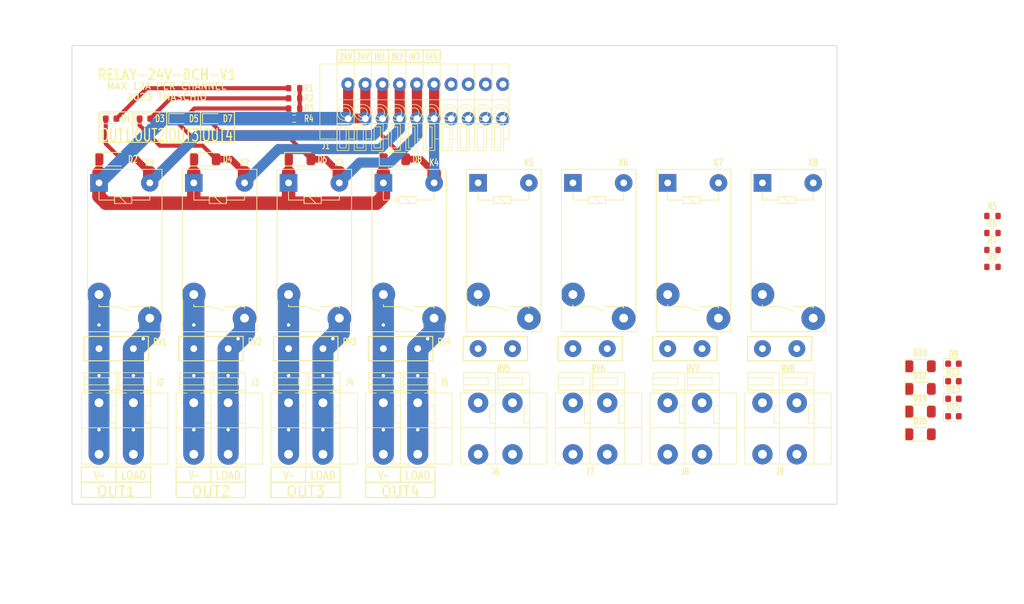
<source format=kicad_pcb>
(kicad_pcb (version 20221018) (generator pcbnew)
  (title_block (title "ESP 8 Relay Module"))
  (layers (0 "F.Cu" signal) (31 "B.Cu" signal) (34 "B.Paste" user) (35 "F.Paste" user) (36 "B.SilkS" user "B.Silkscreen") (37 "F.SilkS" user "F.Silkscreen") (38 "B.Mask" user) (39 "F.Mask" user) (44 "Edge.Cuts" user))
  (net 0 "")
  (net 1 "Net-(D1-A)")
  (net 2 "+24V")
  (net 3 "Net-(D1-K)")
  (net 4 "Net-(D3-A)")
  (net 5 "Net-(D3-K)")
  (net 6 "Net-(D5-A)")
  (net 7 "Net-(D5-K)")
  (net 8 "Net-(D7-A)")
  (net 9 "Net-(D7-K)")
  (net 10 "Net-(J2-Pin_1)")
  (net 11 "Net-(J2-Pin_2)")
  (net 12 "Net-(J3-Pin_1)")
  (net 13 "Net-(J3-Pin_2)")
  (net 14 "Net-(J4-Pin_1)")
  (net 15 "Net-(J4-Pin_2)")
  (net 16 "Net-(J5-Pin_1)")
  (net 17 "Net-(J5-Pin_2)")
  (net 18 "Net-(D10-A)")
  (net 19 "Net-(D9-A)")
  (net 20 "Net-(D11-K)")
  (net 21 "Net-(D11-A)")
  (net 22 "Net-(D13-K)")
  (net 23 "Net-(D13-A)")
  (net 24 "Net-(D15-K)")
  (net 25 "Net-(D15-A)")
  (net 26 "Net-(J6-Pin_1)")
  (net 27 "Net-(J6-Pin_2)")
  (net 28 "Net-(J7-Pin_1)")
  (net 29 "Net-(J7-Pin_2)")
  (net 30 "Net-(J8-Pin_1)")
  (net 31 "Net-(J8-Pin_2)")
  (net 32 "Net-(J9-Pin_1)")
  (net 33 "Net-(J9-Pin_2)")
  (footprint "Tales:D_SOD-123" (layer "F.Cu") (at 250.2925 119.66)
    (fp_text reference "D16" (at 0 -2) (layer "F.SilkS") (effects (font (size 1 0.7))))
    (fp_text value "1N4148")
    (pad "1" smd roundrect (at -1.65 0) (size 1.3 1.75) (layers "F.Cu" "F.Paste" "F.Mask") (net 2 "+24V"))
    (pad "2" smd roundrect (at 1.65 0) (size 1.3 1.75) (layers "F.Cu" "F.Paste" "F.Mask") (net 24 "Net-(D15-K)"))
  )
  (footprint "Tales:D_SOD-123" (layer "F.Cu") (at 250.2925 116.31)
    (fp_text reference "D14" (at 0 -2) (layer "F.SilkS") (effects (font (size 1 0.7))))
    (fp_text value "1N4148")
    (pad "1" smd roundrect (at -1.65 0) (size 1.3 1.75) (layers "F.Cu" "F.Paste" "F.Mask") (net 2 "+24V"))
    (pad "2" smd roundrect (at 1.65 0) (size 1.3 1.75) (layers "F.Cu" "F.Paste" "F.Mask") (net 22 "Net-(D13-K)"))
  )
  (footprint "Tales:LED_0603_1608Metric" (layer "F.Cu") (at 255.2125 114.41)
    (fp_text reference "D13" (at 0 -1.43) (layer "F.SilkS") (effects (font (size 1 0.7))))
    (fp_text value "GREEN")
    (pad "1" smd roundrect (at -0.7875 0) (size 0.875 0.95) (layers "F.Cu" "F.Paste" "F.Mask") (net 22 "Net-(D13-K)"))
    (pad "2" smd roundrect (at 0.7875 0) (size 0.875 0.95) (layers "F.Cu" "F.Paste" "F.Mask") (net 23 "Net-(D13-A)"))
  )
  (footprint "Tales:R_0603_1608Metric" (layer "F.Cu") (at 157.825 71.5 180)
    (fp_text reference "R3" (at -2.175 0 180) (layer "F.SilkS") (effects (font (size 1 0.7))))
    (fp_text value "5k6/100mW")
    (pad "1" smd roundrect (at -0.825 0 180) (size 0.8 0.95) (layers "F.Cu" "F.Paste" "F.Mask") (net 2 "+24V"))
    (pad "2" smd roundrect (at 0.825 0 180) (size 0.8 0.95) (layers "F.Cu" "F.Paste" "F.Mask") (net 6 "Net-(D5-A)"))
  )
  (footprint "Tales:R_0603_1608Metric" (layer "F.Cu") (at 260.9725 94.92)
    (fp_text reference "R8" (at 0 -1.43) (layer "F.SilkS") (effects (font (size 1 0.7))))
    (fp_text value "5k6/100mW")
    (pad "1" smd roundrect (at -0.825 0) (size 0.8 0.95) (layers "F.Cu" "F.Paste" "F.Mask") (net 2 "+24V"))
    (pad "2" smd roundrect (at 0.825 0) (size 0.8 0.95) (layers "F.Cu" "F.Paste" "F.Mask") (net 25 "Net-(D15-A)"))
  )
  (footprint "Tales:LED_0603_1608Metric" (layer "F.Cu") (at 255.2125 109.23)
    (fp_text reference "D9" (at 0 -1.43) (layer "F.SilkS") (effects (font (size 1 0.7))))
    (fp_text value "GREEN")
    (pad "1" smd roundrect (at -0.7875 0) (size 0.875 0.95) (layers "F.Cu" "F.Paste" "F.Mask") (net 18 "Net-(D10-A)"))
    (pad "2" smd roundrect (at 0.7875 0) (size 0.875 0.95) (layers "F.Cu" "F.Paste" "F.Mask") (net 19 "Net-(D9-A)"))
  )
  (footprint "Tales:D_SOD-123" (layer "F.Cu") (at 144.65 79)
    (fp_text reference "D4" (at 3.35 0) (layer "F.SilkS") (effects (font (size 1 0.7))))
    (fp_text value "1N4148")
    (pad "1" smd roundrect (at -1.65 0) (size 1.3 1.75) (layers "F.Cu" "F.Paste" "F.Mask") (net 2 "+24V"))
    (pad "2" smd roundrect (at 1.65 0) (size 1.3 1.75) (layers "F.Cu" "F.Paste" "F.Mask") (net 5 "Net-(D3-K)"))
  )
  (footprint "Tales:R_0603_1608Metric" (layer "F.Cu") (at 260.9725 87.39)
    (fp_text reference "R5" (at 0 -1.43) (layer "F.SilkS") (effects (font (size 1 0.7))))
    (fp_text value "5k6/100mW")
    (pad "1" smd roundrect (at -0.825 0) (size 0.8 0.95) (layers "F.Cu" "F.Paste" "F.Mask") (net 2 "+24V"))
    (pad "2" smd roundrect (at 0.825 0) (size 0.8 0.95) (layers "F.Cu" "F.Paste" "F.Mask") (net 19 "Net-(D9-A)"))
  )
  (footprint "Tales:LED_0603_1608Metric" (layer "F.Cu") (at 255.2125 111.82)
    (fp_text reference "D11" (at 0 -1.43) (layer "F.SilkS") (effects (font (size 1 0.7))))
    (fp_text value "GREEN")
    (pad "1" smd roundrect (at -0.7875 0) (size 0.875 0.95) (layers "F.Cu" "F.Paste" "F.Mask") (net 20 "Net-(D11-K)"))
    (pad "2" smd roundrect (at 0.7875 0) (size 0.875 0.95) (layers "F.Cu" "F.Paste" "F.Mask") (net 21 "Net-(D11-A)"))
  )
  (footprint "Tales:LED_0603_1608Metric" (layer "F.Cu") (at 145.7875 73)
    (fp_text reference "D7" (at 2.2125 0) (layer "F.SilkS") (effects (font (size 1 0.7))))
    (fp_text value "GREEN")
    (pad "1" smd roundrect (at -0.7875 0) (size 0.875 0.95) (layers "F.Cu" "F.Paste" "F.Mask") (net 9 "Net-(D7-K)"))
    (pad "2" smd roundrect (at 0.7875 0) (size 0.875 0.95) (layers "F.Cu" "F.Paste" "F.Mask") (net 8 "Net-(D7-A)"))
  )
  (footprint "Tales:R_0603_1608Metric" (layer "F.Cu") (at 260.9725 89.9)
    (fp_text reference "R6" (at 0 -1.43) (layer "F.SilkS") (effects (font (size 1 0.7))))
    (fp_text value "5k6/100mW")
    (pad "1" smd roundrect (at -0.825 0) (size 0.8 0.95) (layers "F.Cu" "F.Paste" "F.Mask") (net 2 "+24V"))
    (pad "2" smd roundrect (at 0.825 0) (size 0.8 0.95) (layers "F.Cu" "F.Paste" "F.Mask") (net 21 "Net-(D11-A)"))
  )
  (footprint "Tales:TerminalBlock_Dibo_DB142V-5.08-2P_1x02_P5.08mm_Vertical" (layer "F.Cu") (at 143 122.62)
    (fp_text reference "J3" (at 9 -10.62 unlocked) (layer "F.SilkS") (effects (font (size 1 0.7))))
    (fp_text value "DB142V-5.08-2P")
    (pad "1" thru_hole circle (at 0 -7.62 180) (size 3 3) (drill 1.3) (layers "*.Cu" "*.Mask") (net 12 "Net-(J3-Pin_1)"))
    (pad "1" thru_hole circle (at 0 0 180) (size 3 3) (drill 1.3) (layers "*.Cu" "*.Mask") (net 12 "Net-(J3-Pin_1)"))
    (pad "2" thru_hole circle (at 5.08 -7.62 180) (size 3 3) (drill 1.3) (layers "*.Cu" "*.Mask") (net 13 "Net-(J3-Pin_2)"))
    (pad "2" thru_hole circle (at 5.08 0 180) (size 3 3) (drill 1.3) (layers "*.Cu" "*.Mask") (net 13 "Net-(J3-Pin_2)"))
  )
  (footprint "Tales:R_0603_1608Metric" (layer "F.Cu") (at 157.825 73 180)
    (fp_text reference "R4" (at -2.175 0 180) (layer "F.SilkS") (effects (font (size 1 0.7))))
    (fp_text value "5k6/100mW")
    (pad "1" smd roundrect (at -0.825 0 180) (size 0.8 0.95) (layers "F.Cu" "F.Paste" "F.Mask") (net 2 "+24V"))
    (pad "2" smd roundrect (at 0.825 0 180) (size 0.8 0.95) (layers "F.Cu" "F.Paste" "F.Mask") (net 8 "Net-(D7-A)"))
  )
  (footprint "Tales:Relay_SPST_Omron_G5PZ-1A" (layer "F.Cu") (at 171 82.5 -90)
    (fp_text reference "K4" (at -3 -7.5 -180) (layer "F.SilkS") (effects (font (size 1 0.7))))
    (fp_text value "G5PZ-1A")
    (pad "1" thru_hole rect (at 0 0 90) (size 2.6 2.6) (drill 1) (layers "*.Cu" "*.Mask") (net 2 "+24V"))
    (pad "2" thru_hole circle (at 16.5 0 90) (size 3.5 3.5) (drill 1.3) (layers "*.Cu" "*.Mask") (net 16 "Net-(J5-Pin_1)"))
    (pad "3" thru_hole circle (at 20 -7.5 90) (size 3.5 3.5) (drill 1.3) (layers "*.Cu" "*.Mask") (net 17 "Net-(J5-Pin_2)"))
    (pad "4" thru_hole circle (at 0 -7.5 90) (size 2.6 2.6) (drill 1) (layers "*.Cu" "*.Mask") (net 9 "Net-(D7-K)"))
  )
  (footprint "Tales:LED_0603_1608Metric" (layer "F.Cu") (at 130.7875 73)
    (fp_text reference "D1" (at 2.2125 0) (layer "F.SilkS") (effects (font (size 1 0.7))))
    (fp_text value "GREEN")
    (pad "1" smd roundrect (at -0.7875 0) (size 0.875 0.95) (layers "F.Cu" "F.Paste" "F.Mask") (net 3 "Net-(D1-K)"))
    (pad "2" smd roundrect (at 0.7875 0) (size 0.875 0.95) (layers "F.Cu" "F.Paste" "F.Mask") (net 1 "Net-(D1-A)"))
  )
  (footprint "Tales:R_0603_1608Metric" (layer "F.Cu") (at 157.825 70 180)
    (fp_text reference "R2" (at -2.175 0 180) (layer "F.SilkS") (effects (font (size 1 0.7))))
    (fp_text value "5k6/100mW")
    (pad "1" smd roundrect (at -0.825 0 180) (size 0.8 0.95) (layers "F.Cu" "F.Paste" "F.Mask") (net 2 "+24V"))
    (pad "2" smd roundrect (at 0.825 0 180) (size 0.8 0.95) (layers "F.Cu" "F.Paste" "F.Mask") (net 4 "Net-(D3-A)"))
  )
  (footprint "Tales:D_SOD-123" (layer "F.Cu") (at 130.65 79)
    (fp_text reference "D2" (at 3.35 0) (layer "F.SilkS") (effects (font (size 1 0.7))))
    (fp_text value "1N4148")
    (pad "1" smd roundrect (at -1.65 0) (size 1.3 1.75) (layers "F.Cu" "F.Paste" "F.Mask") (net 2 "+24V"))
    (pad "2" smd roundrect (at 1.65 0) (size 1.3 1.75) (layers "F.Cu" "F.Paste" "F.Mask") (net 3 "Net-(D1-K)"))
  )
  (footprint "Tales:RV_Disc_D9.50mm_W3.6mm_P5.08mm" (layer "F.Cu") (at 129 107)
    (fp_text reference "RV1" (at 9 -1) (layer "F.SilkS") (effects (font (size 1 0.7))))
    (fp_text value "275VAC")
    (pad "1" thru_hole circle (at 0 0) (size 2.5 2.5) (drill 1) (layers "*.Cu" "*.Mask") (net 10 "Net-(J2-Pin_1)"))
    (pad "2" thru_hole circle (at 5.08 0) (size 2.5 2.5) (drill 1) (layers "*.Cu" "*.Mask") (net 11 "Net-(J2-Pin_2)"))
  )
  (footprint "Tales:LED_0603_1608Metric" (layer "F.Cu") (at 255.2125 117)
    (fp_text reference "D15" (at 0 -1.43) (layer "F.SilkS") (effects (font (size 1 0.7))))
    (fp_text value "GREEN")
    (pad "1" smd roundrect (at -0.7875 0) (size 0.875 0.95) (layers "F.Cu" "F.Paste" "F.Mask") (net 24 "Net-(D15-K)"))
    (pad "2" smd roundrect (at 0.7875 0) (size 0.875 0.95) (layers "F.Cu" "F.Paste" "F.Mask") (net 25 "Net-(D15-A)"))
  )
  (footprint "Tales:Relay_SPST_Omron_G5PZ-1A" (layer "F.Cu") (at 199 82.5 -90)
    (fp_text reference "K6" (at -3 -7.5 -180) (layer "F.SilkS") (effects (font (size 1 0.7))))
    (fp_text value "G5PZ-1A")
    (pad "1" thru_hole rect (at 0 0 90) (size 2.6 2.6) (drill 1) (layers "*.Cu" "*.Mask") (net 2 "+24V"))
    (pad "2" thru_hole circle (at 16.5 0 90) (size 3.5 3.5) (drill 1.3) (layers "*.Cu" "*.Mask") (net 28 "Net-(J7-Pin_1)"))
    (pad "3" thru_hole circle (at 20 -7.5 90) (size 3.5 3.5) (drill 1.3) (layers "*.Cu" "*.Mask") (net 29 "Net-(J7-Pin_2)"))
    (pad "4" thru_hole circle (at 0 -7.5 90) (size 2.6 2.6) (drill 1) (layers "*.Cu" "*.Mask") (net 20 "Net-(D11-K)"))
  )
  (footprint "Tales:TerminalBlock_Dibo_DB141V-2.54-10P_1x10_P2.54mm_Vertical" (layer "F.Cu") (at 188.66 67.92 180)
    (fp_text reference "J1" (at 26.16 -9.08 unlocked) (layer "F.SilkS") (effects (font (size 1 0.7))))
    (fp_text value "DB141V-2.54-10P")
    (pad "1" thru_hole circle (at 0 -5.08) (size 2 2) (drill 1) (layers "*.Cu" "*.Mask") (net 24 "Net-(D15-K)"))
    (pad "1" thru_hole circle (at 0 0) (size 2 2) (drill 1) (layers "*.Cu" "*.Mask") (net 24 "Net-(D15-K)"))
    (pad "2" thru_hole circle (at 2.54 -5.08) (size 2 2) (drill 1) (layers "*.Cu" "*.Mask") (net 22 "Net-(D13-K)"))
    (pad "2" thru_hole circle (at 2.54 0) (size 2 2) (drill 1) (layers "*.Cu" "*.Mask") (net 22 "Net-(D13-K)"))
    (pad "3" thru_hole circle (at 5.08 -5.08) (size 2 2) (drill 1) (layers "*.Cu" "*.Mask") (net 20 "Net-(D11-K)"))
    (pad "3" thru_hole circle (at 5.08 0) (size 2 2) (drill 1) (layers "*.Cu" "*.Mask") (net 20 "Net-(D11-K)"))
    (pad "4" thru_hole circle (at 7.62 -5.08) (size 2 2) (drill 1) (layers "*.Cu" "*.Mask") (net 18 "Net-(D10-A)"))
    (pad "4" thru_hole circle (at 7.62 0) (size 2 2) (drill 1) (layers "*.Cu" "*.Mask") (net 18 "Net-(D10-A)"))
    (pad "5" thru_hole circle (at 10.16 -5.08) (size 2 2) (drill 1) (layers "*.Cu" "*.Mask") (net 9 "Net-(D7-K)"))
    (pad "5" thru_hole circle (at 10.16 0) (size 2 2) (drill 1) (layers "*.Cu" "*.Mask") (net 9 "Net-(D7-K)"))
    (pad "6" thru_hole circle (at 12.7 -5.08) (size 2 2) (drill 1) (layers "*.Cu" "*.Mask") (net 7 "Net-(D5-K)"))
    (pad "6" thru_hole circle (at 12.7 0) (size 2 2) (drill 1) (layers "*.Cu" "*.Mask") (net 7 "Net-(D5-K)"))
    (pad "7" thru_hole circle (at 15.24 -5.08) (size 2 2) (drill 1) (layers "*.Cu" "*.Mask") (net 5 "Net-(D3-K)"))
    (pad "7" thru_hole circle (at 15.24 0) (size 2 2) (drill 1) (layers "*.Cu" "*.Mask") (net 5 "Net-(D3-K)"))
    (pad "8" thru_hole circle (at 17.78 -5.08) (size 2 2) (drill 1) (layers "*.Cu" "*.Mask") (net 3 "Net-(D1-K)"))
    (pad "8" thru_hole circle (at 17.78 0) (size 2 2) (drill 1) (layers "*.Cu" "*.Mask") (net 3 "Net-(D1-K)"))
    (pad "9" thru_hole circle (at 20.32 -5.08) (size 2 2) (drill 1) (layers "*.Cu" "*.Mask") (net 2 "+24V"))
    (pad "9" thru_hole circle (at 20.32 0) (size 2 2) (drill 1) (layers "*.Cu" "*.Mask") (net 2 "+24V"))
    (pad "10" thru_hole circle (at 22.86 -5.08) (size 2 2) (drill 1) (layers "*.Cu" "*.Mask") (net 2 "+24V"))
    (pad "10" thru_hole circle (at 22.86 0) (size 2 2) (drill 1) (layers "*.Cu" "*.Mask") (net 2 "+24V"))
  )
  (footprint "Tales:Relay_SPST_Omron_G5PZ-1A" (layer "F.Cu") (at 213 82.5 -90)
    (fp_text reference "K7" (at -3 -7.5 -180) (layer "F.SilkS") (effects (font (size 1 0.7))))
    (fp_text value "G5PZ-1A")
    (pad "1" thru_hole rect (at 0 0 90) (size 2.6 2.6) (drill 1) (layers "*.Cu" "*.Mask") (net 2 "+24V"))
    (pad "2" thru_hole circle (at 16.5 0 90) (size 3.5 3.5) (drill 1.3) (layers "*.Cu" "*.Mask") (net 30 "Net-(J8-Pin_1)"))
    (pad "3" thru_hole circle (at 20 -7.5 90) (size 3.5 3.5) (drill 1.3) (layers "*.Cu" "*.Mask") (net 31 "Net-(J8-Pin_2)"))
    (pad "4" thru_hole circle (at 0 -7.5 90) (size 2.6 2.6) (drill 1) (layers "*.Cu" "*.Mask") (net 22 "Net-(D13-K)"))
  )
  (footprint "Tales:TerminalBlock_Dibo_DB142V-5.08-2P_1x02_P5.08mm_Vertical" (layer "F.Cu") (at 171 122.62)
    (fp_text reference "J5" (at 9 -10.62 unlocked) (layer "F.SilkS") (effects (font (size 1 0.7))))
    (fp_text value "DB142V-5.08-2P")
    (pad "1" thru_hole circle (at 0 -7.62 180) (size 3 3) (drill 1.3) (layers "*.Cu" "*.Mask") (net 16 "Net-(J5-Pin_1)"))
    (pad "1" thru_hole circle (at 0 0 180) (size 3 3) (drill 1.3) (layers "*.Cu" "*.Mask") (net 16 "Net-(J5-Pin_1)"))
    (pad "2" thru_hole circle (at 5.08 -7.62 180) (size 3 3) (drill 1.3) (layers "*.Cu" "*.Mask") (net 17 "Net-(J5-Pin_2)"))
    (pad "2" thru_hole circle (at 5.08 0 180) (size 3 3) (drill 1.3) (layers "*.Cu" "*.Mask") (net 17 "Net-(J5-Pin_2)"))
  )
  (footprint "Tales:D_SOD-123" (layer "F.Cu") (at 158.65 79)
    (fp_text reference "D6" (at 3.35 0) (layer "F.SilkS") (effects (font (size 1 0.7))))
    (fp_text value "1N4148")
    (pad "1" smd roundrect (at -1.65 0) (size 1.3 1.75) (layers "F.Cu" "F.Paste" "F.Mask") (net 2 "+24V"))
    (pad "2" smd roundrect (at 1.65 0) (size 1.3 1.75) (layers "F.Cu" "F.Paste" "F.Mask") (net 7 "Net-(D5-K)"))
  )
  (footprint "Tales:RV_Disc_D9.50mm_W3.6mm_P5.08mm" (layer "F.Cu") (at 199 107)
    (fp_text reference "RV6" (at 3.75 2.95) (layer "F.SilkS") (effects (font (size 1 0.7))))
    (fp_text value "275VAC")
    (pad "1" thru_hole circle (at 0 0) (size 2.5 2.5) (drill 1) (layers "*.Cu" "*.Mask") (net 28 "Net-(J7-Pin_1)"))
    (pad "2" thru_hole circle (at 5.08 0) (size 2.5 2.5) (drill 1) (layers "*.Cu" "*.Mask") (net 29 "Net-(J7-Pin_2)"))
  )
  (footprint "Tales:Relay_SPST_Omron_G5PZ-1A" (layer "F.Cu") (at 227 82.5 -90)
    (fp_text reference "K8" (at -3 -7.5 -180) (layer "F.SilkS") (effects (font (size 1 0.7))))
    (fp_text value "G5PZ-1A")
    (pad "1" thru_hole rect (at 0 0 90) (size 2.6 2.6) (drill 1) (layers "*.Cu" "*.Mask") (net 2 "+24V"))
    (pad "2" thru_hole circle (at 16.5 0 90) (size 3.5 3.5) (drill 1.3) (layers "*.Cu" "*.Mask") (net 32 "Net-(J9-Pin_1)"))
    (pad "3" thru_hole circle (at 20 -7.5 90) (size 3.5 3.5) (drill 1.3) (layers "*.Cu" "*.Mask") (net 33 "Net-(J9-Pin_2)"))
    (pad "4" thru_hole circle (at 0 -7.5 90) (size 2.6 2.6) (drill 1) (layers "*.Cu" "*.Mask") (net 24 "Net-(D15-K)"))
  )
  (footprint "Tales:R_0603_1608Metric" (layer "F.Cu") (at 260.9725 92.41)
    (fp_text reference "R7" (at 0 -1.43) (layer "F.SilkS") (effects (font (size 1 0.7))))
    (fp_text value "5k6/100mW")
    (pad "1" smd roundrect (at -0.825 0) (size 0.8 0.95) (layers "F.Cu" "F.Paste" "F.Mask") (net 2 "+24V"))
    (pad "2" smd roundrect (at 0.825 0) (size 0.8 0.95) (layers "F.Cu" "F.Paste" "F.Mask") (net 23 "Net-(D13-A)"))
  )
  (footprint "Tales:Relay_SPST_Omron_G5PZ-1A" (layer "F.Cu") (at 157 82.5 -90)
    (fp_text reference "K3" (at -3 -7.5 -180) (layer "F.SilkS") (effects (font (size 1 0.7))))
    (fp_text value "G5PZ-1A")
    (pad "1" thru_hole rect (at 0 0 90) (size 2.6 2.6) (drill 1) (layers "*.Cu" "*.Mask") (net 2 "+24V"))
    (pad "2" thru_hole circle (at 16.5 0 90) (size 3.5 3.5) (drill 1.3) (layers "*.Cu" "*.Mask") (net 14 "Net-(J4-Pin_1)"))
    (pad "3" thru_hole circle (at 20 -7.5 90) (size 3.5 3.5) (drill 1.3) (layers "*.Cu" "*.Mask") (net 15 "Net-(J4-Pin_2)"))
    (pad "4" thru_hole circle (at 0 -7.5 90) (size 2.6 2.6) (drill 1) (layers "*.Cu" "*.Mask") (net 7 "Net-(D5-K)"))
  )
  (footprint "Tales:RV_Disc_D9.50mm_W3.6mm_P5.08mm" (layer "F.Cu") (at 185 107)
    (fp_text reference "RV5" (at 3.75 2.95) (layer "F.SilkS") (effects (font (size 1 0.7))))
    (fp_text value "275VAC")
    (pad "1" thru_hole circle (at 0 0) (size 2.5 2.5) (drill 1) (layers "*.Cu" "*.Mask") (net 26 "Net-(J6-Pin_1)"))
    (pad "2" thru_hole circle (at 5.08 0) (size 2.5 2.5) (drill 1) (layers "*.Cu" "*.Mask") (net 27 "Net-(J6-Pin_2)"))
  )
  (footprint "Tales:TerminalBlock_Dibo_DB142V-5.08-2P_1x02_P5.08mm_Vertical" (layer "F.Cu") (at 129 122.62)
    (fp_text reference "J2" (at 9 -10.62 unlocked) (layer "F.SilkS") (effects (font (size 1 0.7))))
    (fp_text value "DB142V-5.08-2P")
    (pad "1" thru_hole circle (at 0 -7.62 180) (size 3 3) (drill 1.3) (layers "*.Cu" "*.Mask") (net 10 "Net-(J2-Pin_1)"))
    (pad "1" thru_hole circle (at 0 0 180) (size 3 3) (drill 1.3) (layers "*.Cu" "*.Mask") (net 10 "Net-(J2-Pin_1)"))
    (pad "2" thru_hole circle (at 5.08 -7.62 180) (size 3 3) (drill 1.3) (layers "*.Cu" "*.Mask") (net 11 "Net-(J2-Pin_2)"))
    (pad "2" thru_hole circle (at 5.08 0 180) (size 3 3) (drill 1.3) (layers "*.Cu" "*.Mask") (net 11 "Net-(J2-Pin_2)"))
  )
  (footprint "Tales:LED_0603_1608Metric" (layer "F.Cu") (at 135.7875 73)
    (fp_text reference "D3" (at 2.2125 0) (layer "F.SilkS") (effects (font (size 1 0.7))))
    (fp_text value "GREEN")
    (pad "1" smd roundrect (at -0.7875 0) (size 0.875 0.95) (layers "F.Cu" "F.Paste" "F.Mask") (net 5 "Net-(D3-K)"))
    (pad "2" smd roundrect (at 0.7875 0) (size 0.875 0.95) (layers "F.Cu" "F.Paste" "F.Mask") (net 4 "Net-(D3-A)"))
  )
  (footprint "Tales:RV_Disc_D9.50mm_W3.6mm_P5.08mm" (layer "F.Cu") (at 171 107)
    (fp_text reference "RV4" (at 9 -1) (layer "F.SilkS") (effects (font (size 1 0.7))))
    (fp_text value "275VAC")
    (pad "1" thru_hole circle (at 0 0) (size 2.5 2.5) (drill 1) (layers "*.Cu" "*.Mask") (net 16 "Net-(J5-Pin_1)"))
    (pad "2" thru_hole circle (at 5.08 0) (size 2.5 2.5) (drill 1) (layers "*.Cu" "*.Mask") (net 17 "Net-(J5-Pin_2)"))
  )
  (footprint "Tales:RV_Disc_D9.50mm_W3.6mm_P5.08mm" (layer "F.Cu") (at 143 107)
    (fp_text reference "RV2" (at 9 -1) (layer "F.SilkS") (effects (font (size 1 0.7))))
    (fp_text value "275VAC")
    (pad "1" thru_hole circle (at 0 0) (size 2.5 2.5) (drill 1) (layers "*.Cu" "*.Mask") (net 12 "Net-(J3-Pin_1)"))
    (pad "2" thru_hole circle (at 5.08 0) (size 2.5 2.5) (drill 1) (layers "*.Cu" "*.Mask") (net 13 "Net-(J3-Pin_2)"))
  )
  (footprint "Tales:RV_Disc_D9.50mm_W3.6mm_P5.08mm" (layer "F.Cu") (at 227 107)
    (fp_text reference "RV8" (at 3.75 2.95) (layer "F.SilkS") (effects (font (size 1 0.7))))
    (fp_text value "275VAC")
    (pad "1" thru_hole circle (at 0 0) (size 2.5 2.5) (drill 1) (layers "*.Cu" "*.Mask") (net 32 "Net-(J9-Pin_1)"))
    (pad "2" thru_hole circle (at 5.08 0) (size 2.5 2.5) (drill 1) (layers "*.Cu" "*.Mask") (net 33 "Net-(J9-Pin_2)"))
  )
  (footprint "Tales:D_SOD-123" (layer "F.Cu") (at 250.2925 109.61)
    (fp_text reference "D10" (at 0 -2) (layer "F.SilkS") (effects (font (size 1 0.7))))
    (fp_text value "1N4148")
    (pad "1" smd roundrect (at -1.65 0) (size 1.3 1.75) (layers "F.Cu" "F.Paste" "F.Mask") (net 2 "+24V"))
    (pad "2" smd roundrect (at 1.65 0) (size 1.3 1.75) (layers "F.Cu" "F.Paste" "F.Mask") (net 18 "Net-(D10-A)"))
  )
  (footprint "Tales:Relay_SPST_Omron_G5PZ-1A" (layer "F.Cu") (at 143 82.5 -90)
    (fp_text reference "K2" (at -3 -7.5 -180) (layer "F.SilkS") (effects (font (size 1 0.7))))
    (fp_text value "G5PZ-1A")
    (pad "1" thru_hole rect (at 0 0 90) (size 2.6 2.6) (drill 1) (layers "*.Cu" "*.Mask") (net 2 "+24V"))
    (pad "2" thru_hole circle (at 16.5 0 90) (size 3.5 3.5) (drill 1.3) (layers "*.Cu" "*.Mask") (net 12 "Net-(J3-Pin_1)"))
    (pad "3" thru_hole circle (at 20 -7.5 90) (size 3.5 3.5) (drill 1.3) (layers "*.Cu" "*.Mask") (net 13 "Net-(J3-Pin_2)"))
    (pad "4" thru_hole circle (at 0 -7.5 90) (size 2.6 2.6) (drill 1) (layers "*.Cu" "*.Mask") (net 5 "Net-(D3-K)"))
  )
  (footprint "Tales:D_SOD-123" (layer "F.Cu") (at 250.2925 112.96)
    (fp_text reference "D12" (at 0 -2) (layer "F.SilkS") (effects (font (size 1 0.7))))
    (fp_text value "1N4148")
    (pad "1" smd roundrect (at -1.65 0) (size 1.3 1.75) (layers "F.Cu" "F.Paste" "F.Mask") (net 2 "+24V"))
    (pad "2" smd roundrect (at 1.65 0) (size 1.3 1.75) (layers "F.Cu" "F.Paste" "F.Mask") (net 20 "Net-(D11-K)"))
  )
  (footprint "Tales:TerminalBlock_Dibo_DB142V-5.08-2P_1x02_P5.08mm_Vertical" (layer "F.Cu") (at 213 122.62)
    (fp_text reference "J8" (at 2.54 2.54 unlocked) (layer "F.SilkS") (effects (font (size 1 0.7))))
    (fp_text value "DB142V-5.08-2P")
    (pad "1" thru_hole circle (at 0 -7.62 180) (size 3 3) (drill 1.3) (layers "*.Cu" "*.Mask") (net 30 "Net-(J8-Pin_1)"))
    (pad "1" thru_hole circle (at 0 0 180) (size 3 3) (drill 1.3) (layers "*.Cu" "*.Mask") (net 30 "Net-(J8-Pin_1)"))
    (pad "2" thru_hole circle (at 5.08 -7.62 180) (size 3 3) (drill 1.3) (layers "*.Cu" "*.Mask") (net 31 "Net-(J8-Pin_2)"))
    (pad "2" thru_hole circle (at 5.08 0 180) (size 3 3) (drill 1.3) (layers "*.Cu" "*.Mask") (net 31 "Net-(J8-Pin_2)"))
  )
  (footprint "Tales:D_SOD-123" (layer "F.Cu") (at 172.65 79)
    (fp_text reference "D8" (at 3.35 0) (layer "F.SilkS") (effects (font (size 1 0.7))))
    (fp_text value "1N4148")
    (pad "1" smd roundrect (at -1.65 0) (size 1.3 1.75) (layers "F.Cu" "F.Paste" "F.Mask") (net 2 "+24V"))
    (pad "2" smd roundrect (at 1.65 0) (size 1.3 1.75) (layers "F.Cu" "F.Paste" "F.Mask") (net 9 "Net-(D7-K)"))
  )
  (footprint "Tales:Relay_SPST_Omron_G5PZ-1A" (layer "F.Cu") (at 129 82.5 -90)
    (fp_text reference "K1" (at -3 -7.5 -180) (layer "F.SilkS") (effects (font (size 1 0.7))))
    (fp_text value "G5PZ-1A")
    (pad "1" thru_hole rect (at 0 0 90) (size 2.6 2.6) (drill 1) (layers "*.Cu" "*.Mask") (net 2 "+24V"))
    (pad "2" thru_hole circle (at 16.5 0 90) (size 3.5 3.5) (drill 1.3) (layers "*.Cu" "*.Mask") (net 10 "Net-(J2-Pin_1)"))
    (pad "3" thru_hole circle (at 20 -7.5 90) (size 3.5 3.5) (drill 1.3) (layers "*.Cu" "*.Mask") (net 11 "Net-(J2-Pin_2)"))
    (pad "4" thru_hole circle (at 0 -7.5 90) (size 2.6 2.6) (drill 1) (layers "*.Cu" "*.Mask") (net 3 "Net-(D1-K)"))
  )
  (footprint "Tales:TerminalBlock_Dibo_DB142V-5.08-2P_1x02_P5.08mm_Vertical" (layer "F.Cu") (at 185 122.62)
    (fp_text reference "J6" (at 2.54 2.54 unlocked) (layer "F.SilkS") (effects (font (size 1 0.7))))
    (fp_text value "DB142V-5.08-2P")
    (pad "1" thru_hole circle (at 0 -7.62 180) (size 3 3) (drill 1.3) (layers "*.Cu" "*.Mask") (net 26 "Net-(J6-Pin_1)"))
    (pad "1" thru_hole circle (at 0 0 180) (size 3 3) (drill 1.3) (layers "*.Cu" "*.Mask") (net 26 "Net-(J6-Pin_1)"))
    (pad "2" thru_hole circle (at 5.08 -7.62 180) (size 3 3) (drill 1.3) (layers "*.Cu" "*.Mask") (net 27 "Net-(J6-Pin_2)"))
    (pad "2" thru_hole circle (at 5.08 0 180) (size 3 3) (drill 1.3) (layers "*.Cu" "*.Mask") (net 27 "Net-(J6-Pin_2)"))
  )
  (footprint "Tales:TerminalBlock_Dibo_DB142V-5.08-2P_1x02_P5.08mm_Vertical" (layer "F.Cu") (at 199 122.62)
    (fp_text reference "J7" (at 2.54 2.54 unlocked) (layer "F.SilkS") (effects (font (size 1 0.7))))
    (fp_text value "DB142V-5.08-2P")
    (pad "1" thru_hole circle (at 0 -7.62 180) (size 3 3) (drill 1.3) (layers "*.Cu" "*.Mask") (net 28 "Net-(J7-Pin_1)"))
    (pad "1" thru_hole circle (at 0 0 180) (size 3 3) (drill 1.3) (layers "*.Cu" "*.Mask") (net 28 "Net-(J7-Pin_1)"))
    (pad "2" thru_hole circle (at 5.08 -7.62 180) (size 3 3) (drill 1.3) (layers "*.Cu" "*.Mask") (net 29 "Net-(J7-Pin_2)"))
    (pad "2" thru_hole circle (at 5.08 0 180) (size 3 3) (drill 1.3) (layers "*.Cu" "*.Mask") (net 29 "Net-(J7-Pin_2)"))
  )
  (footprint "Tales:RV_Disc_D9.50mm_W3.6mm_P5.08mm" (layer "F.Cu") (at 157 107)
    (fp_text reference "RV3" (at 9 -1) (layer "F.SilkS") (effects (font (size 1 0.7))))
    (fp_text value "275VAC")
    (pad "1" thru_hole circle (at 0 0) (size 2.5 2.5) (drill 1) (layers "*.Cu" "*.Mask") (net 14 "Net-(J4-Pin_1)"))
    (pad "2" thru_hole circle (at 5.08 0) (size 2.5 2.5) (drill 1) (layers "*.Cu" "*.Mask") (net 15 "Net-(J4-Pin_2)"))
  )
  (footprint "Tales:TerminalBlock_Dibo_DB142V-5.08-2P_1x02_P5.08mm_Vertical" (layer "F.Cu") (at 227 122.62)
    (fp_text reference "J9" (at 2.54 2.54 unlocked) (layer "F.SilkS") (effects (font (size 1 0.7))))
    (fp_text value "DB142V-5.08-2P")
    (pad "1" thru_hole circle (at 0 -7.62 180) (size 3 3) (drill 1.3) (layers "*.Cu" "*.Mask") (net 32 "Net-(J9-Pin_1)"))
    (pad "1" thru_hole circle (at 0 0 180) (size 3 3) (drill 1.3) (layers "*.Cu" "*.Mask") (net 32 "Net-(J9-Pin_1)"))
    (pad "2" thru_hole circle (at 5.08 -7.62 180) (size 3 3) (drill 1.3) (layers "*.Cu" "*.Mask") (net 33 "Net-(J9-Pin_2)"))
    (pad "2" thru_hole circle (at 5.08 0 180) (size 3 3) (drill 1.3) (layers "*.Cu" "*.Mask") (net 33 "Net-(J9-Pin_2)"))
  )
  (footprint "Tales:R_0603_1608Metric" (layer "F.Cu") (at 157.825 68.5 180)
    (fp_text reference "R1" (at -2.175 0 180) (layer "F.SilkS") (effects (font (size 1 0.7))))
    (fp_text value "5k6/100mW")
    (pad "1" smd roundrect (at -0.825 0 180) (size 0.8 0.95) (layers "F.Cu" "F.Paste" "F.Mask") (net 2 "+24V"))
    (pad "2" smd roundrect (at 0.825 0 180) (size 0.8 0.95) (layers "F.Cu" "F.Paste" "F.Mask") (net 1 "Net-(D1-A)"))
  )
  (footprint "Tales:TerminalBlock_Dibo_DB142V-5.08-2P_1x02_P5.08mm_Vertical" (layer "F.Cu") (at 157 122.62)
    (fp_text reference "J4" (at 9 -10.62 unlocked) (layer "F.SilkS") (effects (font (size 1 0.7))))
    (fp_text value "DB142V-5.08-2P")
    (pad "1" thru_hole circle (at 0 -7.62 180) (size 3 3) (drill 1.3) (layers "*.Cu" "*.Mask") (net 14 "Net-(J4-Pin_1)"))
    (pad "1" thru_hole circle (at 0 0 180) (size 3 3) (drill 1.3) (layers "*.Cu" "*.Mask") (net 14 "Net-(J4-Pin_1)"))
    (pad "2" thru_hole circle (at 5.08 -7.62 180) (size 3 3) (drill 1.3) (layers "*.Cu" "*.Mask") (net 15 "Net-(J4-Pin_2)"))
    (pad "2" thru_hole circle (at 5.08 0 180) (size 3 3) (drill 1.3) (layers "*.Cu" "*.Mask") (net 15 "Net-(J4-Pin_2)"))
  )
  (footprint "Tales:Relay_SPST_Omron_G5PZ-1A" (layer "F.Cu") (at 185 82.5 -90)
    (fp_text reference "K5" (at -3 -7.5 -180) (layer "F.SilkS") (effects (font (size 1 0.7))))
    (fp_text value "G5PZ-1A")
    (pad "1" thru_hole rect (at 0 0 90) (size 2.6 2.6) (drill 1) (layers "*.Cu" "*.Mask") (net 2 "+24V"))
    (pad "2" thru_hole circle (at 16.5 0 90) (size 3.5 3.5) (drill 1.3) (layers "*.Cu" "*.Mask") (net 26 "Net-(J6-Pin_1)"))
    (pad "3" thru_hole circle (at 20 -7.5 90) (size 3.5 3.5) (drill 1.3) (layers "*.Cu" "*.Mask") (net 27 "Net-(J6-Pin_2)"))
    (pad "4" thru_hole circle (at 0 -7.5 90) (size 2.6 2.6) (drill 1) (layers "*.Cu" "*.Mask") (net 18 "Net-(D10-A)"))
  )
  (footprint "Tales:LED_0603_1608Metric" (layer "F.Cu") (at 140.7875 73)
    (fp_text reference "D5" (at 2.2125 0) (layer "F.SilkS") (effects (font (size 1 0.7))))
    (fp_text value "GREEN")
    (pad "1" smd roundrect (at -0.7875 0) (size 0.875 0.95) (layers "F.Cu" "F.Paste" "F.Mask") (net 7 "Net-(D5-K)"))
    (pad "2" smd roundrect (at 0.7875 0) (size 0.875 0.95) (layers "F.Cu" "F.Paste" "F.Mask") (net 6 "Net-(D5-A)"))
  )
  (footprint "Tales:RV_Disc_D9.50mm_W3.6mm_P5.08mm" (layer "F.Cu") (at 213 107)
    (fp_text reference "RV7" (at 3.75 2.95) (layer "F.SilkS") (effects (font (size 1 0.7))))
    (fp_text value "275VAC")
    (pad "1" thru_hole circle (at 0 0) (size 2.5 2.5) (drill 1) (layers "*.Cu" "*.Mask") (net 30 "Net-(J8-Pin_1)"))
    (pad "2" thru_hole circle (at 5.08 0) (size 2.5 2.5) (drill 1) (layers "*.Cu" "*.Mask") (net 31 "Net-(J8-Pin_2)"))
  )
  (gr_line (start 145.51 124.5) (end 145.51 126.75) (stroke (width 0.15)) (layer "F.SilkS"))
  (gr_rect (start 164.16 62.85) (end 179.4 64.67) (stroke (width 0.15)) (fill none) (layer "F.SilkS"))
  (gr_line (start 144 76.5) (end 144 72) (stroke (width 0.15)) (layer "F.SilkS"))
  (gr_line (start 154.4 124.5) (end 154.4 129) (stroke (width 0.15)) (layer "F.SilkS"))
  (gr_line (start 126.4 124.5) (end 136.62 124.5) (stroke (width 0.15)) (layer "F.SilkS"))
  (gr_line (start 154.4 126.75) (end 164.62 126.75) (stroke (width 0.15)) (layer "F.SilkS"))
  (gr_line (start 159.51 124.5) (end 159.51 126.75) (stroke (width 0.15)) (layer "F.SilkS"))
  (gr_line (start 171.78 64.67) (end 171.78 62.85) (stroke (width 0.15)) (layer "F.SilkS"))
  (gr_line (start 168.4 126.75) (end 178.62 126.75) (stroke (width 0.15)) (layer "F.SilkS"))
  (gr_line (start 136.62 124.5) (end 136.62 129) (stroke (width 0.15)) (layer "F.SilkS"))
  (gr_line (start 129 72) (end 149 72) (stroke (width 0.15)) (layer "F.SilkS"))
  (gr_line (start 140.4 126.75) (end 150.62 126.75) (stroke (width 0.15)) (layer "F.SilkS"))
  (gr_line (start 149 76.5) (end 129 76.5) (stroke (width 0.15)) (layer "F.SilkS"))
  (gr_line (start 176.86 64.65) (end 176.86 62.85) (stroke (width 0.15)) (layer "F.SilkS"))
  (gr_line (start 140.4 129) (end 150.62 129) (stroke (width 0.15)) (layer "F.SilkS"))
  (gr_line (start 140.4 124.5) (end 140.4 129) (stroke (width 0.15)) (layer "F.SilkS"))
  (gr_line (start 169.24 64.65) (end 169.24 62.85) (stroke (width 0.15)) (layer "F.SilkS"))
  (gr_line (start 178.62 124.5) (end 178.62 129) (stroke (width 0.15)) (layer "F.SilkS"))
  (gr_line (start 150.62 124.5) (end 150.62 129) (stroke (width 0.15)) (layer "F.SilkS"))
  (gr_line (start 168.4 124.5) (end 178.62 124.5) (stroke (width 0.15)) (layer "F.SilkS"))
  (gr_line (start 174.32 64.65) (end 174.32 62.85) (stroke (width 0.15)) (layer "F.SilkS"))
  (gr_line (start 154.4 129) (end 164.62 129) (stroke (width 0.15)) (layer "F.SilkS"))
  (gr_line (start 154.4 124.5) (end 164.62 124.5) (stroke (width 0.15)) (layer "F.SilkS"))
  (gr_line (start 139 76.5) (end 139 72) (stroke (width 0.15)) (layer "F.SilkS"))
  (gr_line (start 149 72) (end 149 76.5) (stroke (width 0.15)) (layer "F.SilkS"))
  (gr_line (start 168.4 124.5) (end 168.4 129) (stroke (width 0.15)) (layer "F.SilkS"))
  (gr_line (start 168.4 129) (end 178.62 129) (stroke (width 0.15)) (layer "F.SilkS"))
  (gr_line (start 164.62 124.5) (end 164.62 129) (stroke (width 0.15)) (layer "F.SilkS"))
  (gr_line (start 134 72) (end 134 76.5) (stroke (width 0.15)) (layer "F.SilkS"))
  (gr_line (start 173.51 124.5) (end 173.51 126.75) (stroke (width 0.15)) (layer "F.SilkS"))
  (gr_line (start 140.4 124.5) (end 150.62 124.5) (stroke (width 0.15)) (layer "F.SilkS"))
  (gr_line (start 126.4 124.5) (end 126.4 129) (stroke (width 0.15)) (layer "F.SilkS"))
  (gr_line (start 131.51 124.5) (end 131.51 126.75) (stroke (width 0.15)) (layer "F.SilkS"))
  (gr_line (start 129 76.5) (end 129 72) (stroke (width 0.15)) (layer "F.SilkS"))
  (gr_line (start 126.4 126.75) (end 136.62 126.75) (stroke (width 0.15)) (layer "F.SilkS"))
  (gr_line (start 166.7 64.65) (end 166.7 62.85) (stroke (width 0.15)) (layer "F.SilkS"))
  (gr_line (start 126.4 129) (end 136.62 129) (stroke (width 0.15)) (layer "F.SilkS"))
  (gr_rect (start 125 62.2) (end 238 130) (stroke (width 0.1)) (fill none) (layer "Edge.Cuts"))
  (gr_text "OUT1" (at 131.54 128.1) (layer "F.SilkS") (effects (font (size 1.5 1.5) (thickness 0.2))))
  (gr_text "IN2" (at 173.05 64.45) (layer "F.SilkS") (effects (font (size 1 0.7) (thickness 0.15) bold) (justify bottom)))
  (gr_text "OUT4" (at 173.54 128.1) (layer "F.SilkS") (effects (font (size 1.5 1.5) (thickness 0.2))))
  (gr_text "OUT3" (at 141.5 76.5) (layer "F.SilkS") (effects (font (size 1.8 1.2) (thickness 0.2)) (justify bottom)))
  (gr_text "LOAD" (at 162.08 125.75) (layer "F.SilkS") (effects (font (size 1.2 1))))
  (gr_text "V~" (at 157 125.75) (layer "F.SilkS") (effects (font (size 1.2 1))))
  (gr_text "OUT3" (at 159.54 128.1) (layer "F.SilkS") (effects (font (size 1.5 1.5) (thickness 0.2))))
  (gr_text "V~" (at 143 125.75) (layer "F.SilkS") (effects (font (size 1.2 1))))
  (gr_text "LOAD" (at 148.08 125.75) (layer "F.SilkS") (effects (font (size 1.2 1))))
  (gr_text "OUT2" (at 136.5 76.5) (layer "F.SilkS") (effects (font (size 1.8 1.2) (thickness 0.2)) (justify bottom)))
  (gr_text "IN1" (at 170.51 64.45) (layer "F.SilkS") (effects (font (size 1 0.7) (thickness 0.15) bold) (justify bottom)))
  (gr_text "LOAD" (at 176.08 125.75) (layer "F.SilkS") (effects (font (size 1.2 1))))
  (gr_text "LOAD" (at 134.08 125.75) (layer "F.SilkS") (effects (font (size 1.2 1))))
  (gr_text "OUT4" (at 146.5 76.5) (layer "F.SilkS") (effects (font (size 1.8 1.2) (thickness 0.2)) (justify bottom)))
  (gr_text "OUT2" (at 145.54 128.1) (layer "F.SilkS") (effects (font (size 1.5 1.5) (thickness 0.2))))
  (gr_text "OUT1" (at 131.5 76.5) (layer "F.SilkS") (effects (font (size 1.8 1.2) (thickness 0.2)) (justify bottom)))
  (gr_text "V~" (at 171 125.75) (layer "F.SilkS") (effects (font (size 1.2 1))))
  (gr_text "RELAY-24V-8CH-V1" (at 139 66.5) (layer "F.SilkS") (effects (font (size 1.5 1.3) (thickness 0.25) bold)))
  (gr_text "IN3" (at 175.59 64.45) (layer "F.SilkS") (effects (font (size 1 0.7) (thickness 0.15) bold) (justify bottom)))
  (gr_text "24V" (at 165.43 64.45) (layer "F.SilkS") (effects (font (size 1 0.7) (thickness 0.15) bold) (justify bottom)))
  (gr_text "24V" (at 167.97 64.45) (layer "F.SilkS") (effects (font (size 1 0.7) (thickness 0.15) bold) (justify bottom)))
  (gr_text "V~" (at 129 125.75) (layer "F.SilkS") (effects (font (size 1.2 1))))
  (gr_text "IN4" (at 178.13 64.45) (layer "F.SilkS") (effects (font (size 1 0.7) (thickness 0.15) bold) (justify bottom)))
  (gr_text "MAX 12A PER CHANNEL\n2023 TMASCHIO" (at 139 69) (layer "F.SilkS") (effects (font (size 1 1))))
  (segment (start 136.075 68.5) (end 131.575 73) (width 0.6) (layer "F.Cu") (net 1))
  (segment (start 157 68.5) (end 136.075 68.5) (width 0.6) (layer "F.Cu") (net 1))
  (segment (start 129 82.5) (end 129 84.5) (width 2) (layer "F.Cu") (net 2))
  (segment (start 158.65 73) (end 158.65 71.5) (width 0.6) (layer "F.Cu") (net 2))
  (segment (start 143 85.5) (end 157 85.5) (width 2) (layer "F.Cu") (net 2))
  (segment (start 157 82.5) (end 157 81) (width 2) (layer "F.Cu") (net 2))
  (segment (start 129 84.5) (end 130 85.5) (width 2) (layer "F.Cu") (net 2))
  (segment (start 143 82.5) (end 143 81) (width 2) (layer "F.Cu") (net 2))
  (segment (start 157 85.5) (end 170 85.5) (width 2) (layer "F.Cu") (net 2))
  (segment (start 129 79) (end 129 81) (width 1) (layer "F.Cu") (net 2))
  (segment (start 158.65 71.5) (end 158.65 70) (width 0.6) (layer "F.Cu") (net 2))
  (segment (start 170 85.5) (end 171 84.5) (width 2) (layer "F.Cu") (net 2))
  (segment (start 168.34 73) (end 165.8 73) (width 1.5) (layer "F.Cu") (net 2))
  (segment (start 158.65 70) (end 158.65 68.5) (width 0.6) (layer "F.Cu") (net 2))
  (segment (start 157 82.5) (end 157 85.5) (width 2) (layer "F.Cu") (net 2))
  (segment (start 130 85.5) (end 143 85.5) (width 2) (layer "F.Cu") (net 2))
  (segment (start 165.8 67.92) (end 165.8 73) (width 1.5) (layer "F.Cu") (net 2))
  (segment (start 171 79) (end 171 81) (width 1) (layer "F.Cu") (net 2))
  (segment (start 165.8 73) (end 164.5 73) (width 1.5) (layer "F.Cu") (net 2))
  (segment (start 129 82.5) (end 129 81) (width 2) (layer "F.Cu") (net 2))
  (segment (start 168.34 67.92) (end 168.34 73) (width 1.5) (layer "F.Cu") (net 2))
  (segment (start 171 84.5) (end 171 82.5) (width 2) (layer "F.Cu") (net 2))
  (segment (start 143 79) (end 143 81) (width 1) (layer "F.Cu") (net 2))
  (segment (start 157 79) (end 157 81) (width 1) (layer "F.Cu") (net 2))
  (segment (start 143 82.5) (end 143 85.5) (width 2) (layer "F.Cu") (net 2))
  (segment (start 171 82.5) (end 171 81) (width 2) (layer "F.Cu") (net 2))
  (segment (start 158.65 73) (end 164.5 73) (width 0.6) (layer "F.Cu") (net 2))
  (segment (start 165.8 73) (end 138.5 73) (width 2) (layer "B.Cu") (net 2))
  (segment (start 138.5 73) (end 129 82.5) (width 2) (layer "B.Cu") (net 2))
  (segment (start 130 73) (end 130 76.7) (width 0.6) (layer "F.Cu") (net 3))
  (segment (start 134.5 79) (end 136.5 81) (width 1) (layer "F.Cu") (net 3))
  (segment (start 132.3 79) (end 134.5 79) (width 1) (layer "F.Cu") (net 3))
  (segment (start 136.5 82.5) (end 136.5 81) (width 2) (layer "F.Cu") (net 3))
  (segment (start 130 76.7) (end 132.3 79) (width 0.6) (layer "F.Cu") (net 3))
  (segment (start 170.88 67.92) (end 170.88 73) (width 1.5) (layer "F.Cu") (net 3))
  (segment (start 170.88 74.12) (end 169.5 75.5) (width 1.5) (layer "B.Cu") (net 3))
  (segment (start 170.88 73) (end 170.88 74.12) (width 1.5) (layer "B.Cu") (net 3))
  (segment (start 169.5 75.5) (end 143.5 75.5) (width 1.5) (layer "B.Cu") (net 3))
  (segment (start 143.5 75.5) (end 136.5 82.5) (width 1.5) (layer "B.Cu") (net 3))
  (segment (start 157 70) (end 139.575 70) (width 0.6) (layer "F.Cu") (net 4))
  (segment (start 139.575 70) (end 136.575 73) (width 0.6) (layer "F.Cu") (net 4))
  (segment (start 138 77) (end 144.3 77) (width 0.6) (layer "F.Cu") (net 5))
  (segment (start 146.3 79) (end 148.5 79) (width 1) (layer "F.Cu") (net 5))
  (segment (start 135 74) (end 138 77) (width 0.6) (layer "F.Cu") (net 5))
  (segment (start 173.42 67.92) (end 173.42 73) (width 1.5) (layer "F.Cu") (net 5))
  (segment (start 150.5 82.5) (end 150.5 81) (width 2) (layer "F.Cu") (net 5))
  (segment (start 135 73) (end 135 74) (width 0.6) (layer "F.Cu") (net 5))
  (segment (start 148.5 79) (end 150.5 81) (width 1) (layer "F.Cu") (net 5))
  (segment (start 144.3 77) (end 146.3 79) (width 0.6) (layer "F.Cu") (net 5))
  (segment (start 173.42 73) (end 173.42 74.58) (width 1.5) (layer "B.Cu") (net 5))
  (segment (start 155.5 77.5) (end 150.5 82.5) (width 1.5) (layer "B.Cu") (net 5))
  (segment (start 170.5 77.5) (end 155.5 77.5) (width 1.5) (layer "B.Cu") (net 5))
  (segment (start 173.42 74.58) (end 170.5 77.5) (width 1.5) (layer "B.Cu") (net 5))
  (segment (start 157 71.5) (end 143.075 71.5) (width 0.6) (layer "F.Cu") (net 6))
  (segment (start 143.075 71.5) (end 141.575 73) (width 0.6) (layer "F.Cu") (net 6))
  (segment (start 160.3 79) (end 162.5 79) (width 1) (layer "F.Cu") (net 7))
  (segment (start 175.96 67.92) (end 175.96 73) (width 1.5) (layer "F.Cu") (net 7))
  (segment (start 164.5 82.5) (end 164.5 81) (width 2) (layer "F.Cu") (net 7))
  (segment (start 140 73) (end 143 76) (width 0.6) (layer "F.Cu") (net 7))
  (segment (start 162.5 79) (end 164.5 81) (width 1) (layer "F.Cu") (net 7))
  (segment (start 143 76) (end 157.3 76) (width 0.6) (layer "F.Cu") (net 7))
  (segment (start 157.3 76) (end 160.3 79) (width 0.6) (layer "F.Cu") (net 7))
  (segment (start 176 73.154479) (end 176 75.5) (width 1.5) (layer "B.Cu") (net 7))
  (segment (start 175.96 73) (end 175.96 73.114479) (width 1.5) (layer "B.Cu") (net 7))
  (segment (start 172 79.5) (end 167.5 79.5) (width 1.5) (layer "B.Cu") (net 7))
  (segment (start 175.96 73.114479) (end 176 73.154479) (width 1.5) (layer "B.Cu") (net 7))
  (segment (start 176 75.5) (end 172 79.5) (width 1.5) (layer "B.Cu") (net 7))
  (segment (start 167.5 79.5) (end 164.5 82.5) (width 1.5) (layer "B.Cu") (net 7))
  (segment (start 157 73) (end 146.575 73) (width 0.6) (layer "F.Cu") (net 8))
  (segment (start 176.5 79) (end 178.5 81) (width 1) (layer "F.Cu") (net 9))
  (segment (start 147 75) (end 170.3 75) (width 0.6) (layer "F.Cu") (net 9))
  (segment (start 170.3 75) (end 174.3 79) (width 0.6) (layer "F.Cu") (net 9))
  (segment (start 174.3 79) (end 176.5 79) (width 1) (layer "F.Cu") (net 9))
  (segment (start 145 73) (end 147 75) (width 0.6) (layer "F.Cu") (net 9))
  (segment (start 178.5 82.5) (end 178.5 81) (width 2) (layer "F.Cu") (net 9))
  (segment (start 178.5 67.92) (end 178.5 73) (width 1.5) (layer "F.Cu") (net 9))
  (segment (start 178.5 73) (end 178.5 82.5) (width 1.5) (layer "B.Cu") (net 9))
  (segment (start 129 119) (end 129 115) (width 3.1) (layer "F.Cu") (net 10))
  (segment (start 129 103.5) (end 129 99) (width 3.1) (layer "F.Cu") (net 10))
  (segment (start 129 122.62) (end 129 119) (width 3.1) (layer "F.Cu") (net 10))
  (segment (start 129 111) (end 129 107) (width 3.1) (layer "F.Cu") (net 10))
  (segment (start 129 107) (end 129 103.5) (width 3.1) (layer "F.Cu") (net 10))
  (segment (start 129 115) (end 129 111) (width 3.1) (layer "F.Cu") (net 10))
  (via (at 129 103.5) (size 1.3) (drill 0.5) (layers "F.Cu" "B.Cu") (net 10))
  (via (at 129 111) (size 1.3) (drill 0.5) (layers "F.Cu" "B.Cu") (net 10))
  (via (at 129 119) (size 1.3) (drill 0.5) (layers "F.Cu" "B.Cu") (net 10))
  (segment (start 129 115) (end 129 122.62) (width 3.1) (layer "B.Cu") (net 10))
  (segment (start 129 99) (end 129 107) (width 3.1) (layer "B.Cu") (net 10))
  (segment (start 129 107) (end 129 115) (width 3.1) (layer "B.Cu") (net 10))
  (segment (start 136.5 104.58) (end 134.08 107) (width 3.1) (layer "F.Cu") (net 11))
  (segment (start 136.5 102.5) (end 136.5 104.58) (width 3.1) (layer "F.Cu") (net 11))
  (segment (start 134.08 115) (end 134.08 107) (width 3.1) (layer "F.Cu") (net 11))
  (segment (start 134.08 122.62) (end 134.08 115) (width 3.1) (layer "F.Cu") (net 11))
  (via (at 134.08 111) (size 1.3) (drill 0.5) (layers "F.Cu" "B.Cu") (net 11))
  (via (at 134.08 119) (size 1.3) (drill 0.5) (layers "F.Cu" "B.Cu") (net 11))
  (via (at 135.54 105.54) (size 1.3) (drill 0.5) (layers "F.Cu" "B.Cu") (net 11))
  (segment (start 134.08 122.62) (end 134.08 115) (width 3.1) (layer "B.Cu") (net 11))
  (segment (start 134.08 107) (end 135.54 105.54) (width 3.1) (layer "B.Cu") (net 11))
  (segment (start 135.54 105.54) (end 136.5 104.58) (width 3.1) (layer "B.Cu") (net 11))
  (segment (start 134.08 115) (end 134.08 107) (width 3.1) (layer "B.Cu") (net 11))
  (segment (start 136.5 102.5) (end 136.5 104.58) (width 3.1) (layer "B.Cu") (net 11))
  (segment (start 143 111) (end 143 107) (width 3.1) (layer "F.Cu") (net 12))
  (segment (start 143 119) (end 143 115) (width 3.1) (layer "F.Cu") (net 12))
  (segment (start 143 122.62) (end 143 119) (width 3.1) (layer "F.Cu") (net 12))
  (segment (start 143 103.5) (end 143 99) (width 3.1) (layer "F.Cu") (net 12))
  (segment (start 143 115) (end 143 111) (width 3.1) (layer "F.Cu") (net 12))
  (segment (start 143 107) (end 143 103.5) (width 3.1) (layer "F.Cu") (net 12))
  (via (at 143 103.5) (size 1.3) (drill 0.5) (layers "F.Cu" "B.Cu") (net 12))
  (via (at 143 119) (size 1.3) (drill 0.5) (layers "F.Cu" "B.Cu") (net 12))
  (via (at 143 111) (size 1.3) (drill 0.5) (layers "F.Cu" "B.Cu") (net 12))
  (segment (start 143 99) (end 143 107) (width 3.1) (layer "B.Cu") (net 12))
  (segment (start 143 122.62) (end 143 115) (width 3.1) (layer "B.Cu") (net 12))
  (segment (start 143 115) (end 143 107) (width 3.1) (layer "B.Cu") (net 12))
  (segment (start 148.08 122.62) (end 148.08 115) (width 3.1) (layer "F.Cu") (net 13))
  (segment (start 148.08 115) (end 148.08 107) (width 3.1) (layer "F.Cu") (net 13))
  (segment (start 150.5 102.5) (end 150.5 104.58) (width 3.1) (layer "F.Cu") (net 13))
  (segment (start 150.5 104.58) (end 148.08 107) (width 3.1) (layer "F.Cu") (net 13))
  (via (at 149.54 105.54) (size 1.3) (drill 0.5) (layers "F.Cu" "B.Cu") (net 13))
  (via (at 148.08 119) (size 1.3) (drill 0.5) (layers "F.Cu" "B.Cu") (net 13))
  (via (at 148.08 111) (size 1.3) (drill 0.5) (layers "F.Cu" "B.Cu") (net 13))
  (segment (start 148.08 115) (end 148.08 107) (width 3.1) (layer "B.Cu") (net 13))
  (segment (start 150.5 102.5) (end 150.5 104.58) (width 3.1) (layer "B.Cu") (net 13))
  (segment (start 150.5 104.58) (end 148.08 107) (width 3.1) (layer "B.Cu") (net 13))
  (segment (start 148.08 122.62) (end 148.08 115) (width 3.1) (layer "B.Cu") (net 13))
  (segment (start 157 119) (end 157 115) (width 3.1) (layer "F.Cu") (net 14))
  (segment (start 157 107) (end 157 103.5) (width 3.1) (layer "F.Cu") (net 14))
  (segment (start 157 111) (end 157 107) (width 3.1) (layer "F.Cu") (net 14))
  (segment (start 157 122.62) (end 157 119) (width 3.1) (layer "F.Cu") (net 14))
  (segment (start 157 115) (end 157 111) (width 3.1) (layer "F.Cu") (net 14))
  (segment (start 157 103.5) (end 157 99) (width 3.1) (layer "F.Cu") (net 14))
  (via (at 157 111) (size 1.3) (drill 0.5) (layers "F.Cu" "B.Cu") (net 14))
  (via (at 157 103.5) (size 1.3) (drill 0.5) (layers "F.Cu" "B.Cu") (net 14))
  (via (at 157 119) (size 1.3) (drill 0.5) (layers "F.Cu" "B.Cu") (net 14))
  (segment (start 157 107) (end 157 115) (width 3.1) (layer "B.Cu") (net 14))
  (segment (start 157 115) (end 157 122.62) (width 3.1) (layer "B.Cu") (net 14))
  (segment (start 157 99) (end 157 107) (width 3.1) (layer "B.Cu") (net 14))
  (segment (start 162.08 115) (end 162.08 107) (width 3.1) (layer "F.Cu") (net 15))
  (segment (start 162.08 122.62) (end 162.08 115) (width 3.1) (layer "F.Cu") (net 15))
  (segment (start 164.5 104.58) (end 162.08 107) (width 3.1) (layer "F.Cu") (net 15))
  (segment (start 164.5 102.5) (end 164.5 104.58) (width 3.1) (layer "F.Cu") (net 15))
  (via (at 162.08 111) (size 1.3) (drill 0.5) (layers "F.Cu" "B.Cu") (net 15))
  (via (at 162.08 119) (size 1.3) (drill 0.5) (layers "F.Cu" "B.Cu") (net 15))
  (via (at 163.54 105.54) (size 1.3) (drill 0.5) (layers "F.Cu" "B.Cu") (net 15))
  (segment (start 164.5 104.58) (end 162.08 107) (width 3.1) (layer "B.Cu") (net 15))
  (segment (start 164.5 102.5) (end 164.5 104.58) (width 3.1) (layer "B.Cu") (net 15))
  (segment (start 162.08 122.62) (end 162.08 115) (width 3.1) (layer "B.Cu") (net 15))
  (segment (start 162.08 115) (end 162.08 107) (width 3.1) (layer "B.Cu") (net 15))
  (segment (start 171 107) (end 171 103.5) (width 3.1) (layer "F.Cu") (net 16))
  (segment (start 171 119) (end 171 115) (width 3.1) (layer "F.Cu") (net 16))
  (segment (start 171 111) (end 171 107) (width 3.1) (layer "F.Cu") (net 16))
  (segment (start 171 115) (end 171 111) (width 3.1) (layer "F.Cu") (net 16))
  (segment (start 171 122.62) (end 171 119) (width 3.1) (layer "F.Cu") (net 16))
  (segment (start 171 103.5) (end 171 99) (width 3.1) (layer "F.Cu") (net 16))
  (via (at 171 103.5) (size 1.3) (drill 0.5) (layers "F.Cu" "B.Cu") (net 16))
  (via (at 171 111) (size 1.3) (drill 0.5) (layers "F.Cu" "B.Cu") (net 16))
  (via (at 171 119) (size 1.3) (drill 0.5) (layers "F.Cu" "B.Cu") (net 16))
  (segment (start 171 115) (end 171 107) (width 3.1) (layer "B.Cu") (net 16))
  (segment (start 171 107) (end 171 99) (width 3.1) (layer "B.Cu") (net 16))
  (segment (start 171 115) (end 171 122.62) (width 3.1) (layer "B.Cu") (net 16))
  (segment (start 178.5 102.5) (end 178.5 104.58) (width 3.1) (layer "F.Cu") (net 17))
  (segment (start 178.5 104.58) (end 176.08 107) (width 3.1) (layer "F.Cu") (net 17))
  (segment (start 176.08 115) (end 176.08 107) (width 3.1) (layer "F.Cu") (net 17))
  (segment (start 176.08 122.62) (end 176.08 115) (width 3.1) (layer "F.Cu") (net 17))
  (via (at 176.08 119) (size 1.3) (drill 0.5) (layers "F.Cu" "B.Cu") (net 17))
  (via (at 177.54 105.54) (size 1.3) (drill 0.5) (layers "F.Cu" "B.Cu") (net 17))
  (via (at 176.08 111) (size 1.3) (drill 0.5) (layers "F.Cu" "B.Cu") (net 17))
  (segment (start 176.08 115) (end 176.08 122.62) (width 3.1) (layer "B.Cu") (net 17))
  (segment (start 178.5 104.58) (end 176.08 107) (width 3.1) (layer "B.Cu") (net 17))
  (segment (start 178.5 102.5) (end 178.5 104.58) (width 3.1) (layer "B.Cu") (net 17))
  (segment (start 176.08 107) (end 176.08 115) (width 3.1) (layer "B.Cu") (net 17))
)
</source>
